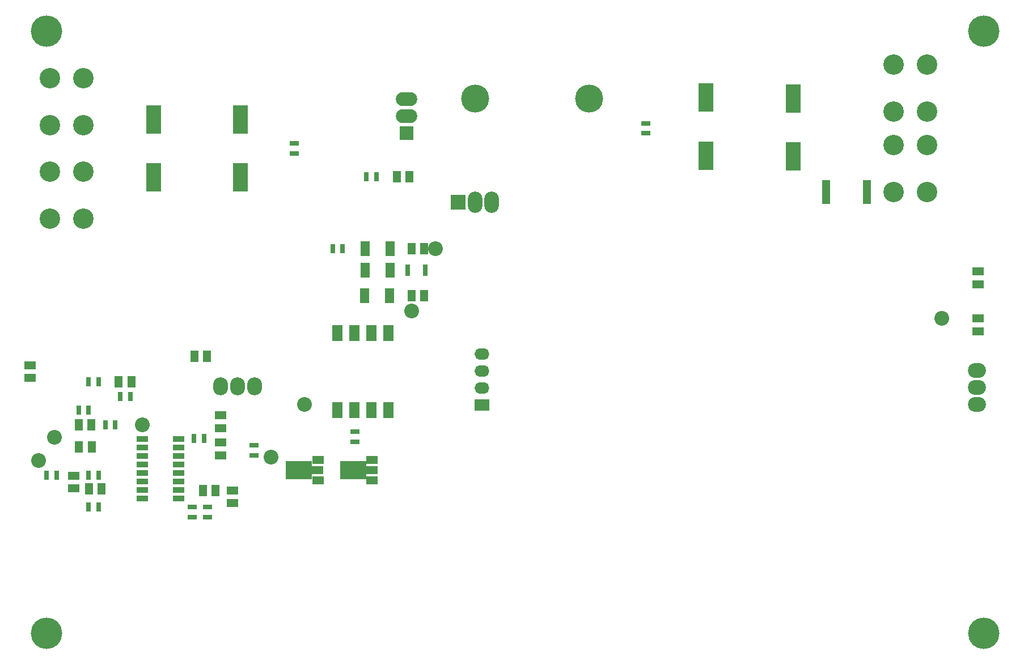
<source format=gts>
G04 Layer_Color=8388736*
%FSAX23Y23*%
%MOIN*%
G70*
G01*
G75*
%ADD55R,0.065X0.047*%
%ADD56R,0.047X0.065*%
%ADD57R,0.028X0.057*%
%ADD58R,0.068X0.034*%
%ADD59R,0.057X0.028*%
%ADD60R,0.057X0.087*%
%ADD61R,0.028X0.071*%
%ADD62R,0.059X0.095*%
%ADD63R,0.158X0.106*%
%ADD64R,0.067X0.047*%
%ADD65R,0.075X0.047*%
%ADD66R,0.087X0.169*%
%ADD67R,0.049X0.144*%
%ADD68O,0.087X0.106*%
%ADD69O,0.087X0.067*%
%ADD70R,0.087X0.067*%
%ADD71O,0.086X0.126*%
%ADD72R,0.086X0.086*%
%ADD73C,0.185*%
%ADD74R,0.082X0.082*%
%ADD75O,0.126X0.082*%
%ADD76C,0.165*%
%ADD77O,0.106X0.087*%
%ADD78C,0.120*%
%ADD79C,0.087*%
G54D55*
X01110Y02781D02*
D03*
Y02706D02*
D03*
X02232Y02411D02*
D03*
Y02485D02*
D03*
Y02251D02*
D03*
Y02326D02*
D03*
X02301Y01970D02*
D03*
Y02044D02*
D03*
X01366Y02056D02*
D03*
Y02131D02*
D03*
X06683Y03257D02*
D03*
Y03332D02*
D03*
X06683Y02981D02*
D03*
Y03056D02*
D03*
G54D56*
X02126Y02044D02*
D03*
X02201D02*
D03*
X02152Y02832D02*
D03*
X02077D02*
D03*
X03354Y03190D02*
D03*
X03429D02*
D03*
X03354Y03466D02*
D03*
X03429D02*
D03*
X01457Y02054D02*
D03*
X01532D02*
D03*
X01398Y02300D02*
D03*
X01473D02*
D03*
X01471Y02428D02*
D03*
X01396D02*
D03*
X01707Y02684D02*
D03*
X01632D02*
D03*
X03266Y03889D02*
D03*
X03341D02*
D03*
G54D57*
X02075Y02349D02*
D03*
X02134D02*
D03*
X01701Y02596D02*
D03*
X01642D02*
D03*
X02949Y03466D02*
D03*
X02890D02*
D03*
X01612Y02428D02*
D03*
X01553D02*
D03*
X01514Y01946D02*
D03*
X01455D02*
D03*
X01514Y02133D02*
D03*
X01455D02*
D03*
X01209D02*
D03*
X01268D02*
D03*
X01455Y02517D02*
D03*
X01396Y02517D02*
D03*
X01455Y02684D02*
D03*
X01514D02*
D03*
X03087Y03889D02*
D03*
X03146D02*
D03*
G54D58*
X01771Y02347D02*
D03*
Y02297D02*
D03*
Y02247D02*
D03*
Y02197D02*
D03*
Y02147D02*
D03*
Y02097D02*
D03*
Y02047D02*
D03*
Y01997D02*
D03*
X01985D02*
D03*
Y02047D02*
D03*
Y02097D02*
D03*
Y02147D02*
D03*
Y02197D02*
D03*
Y02247D02*
D03*
Y02297D02*
D03*
Y02347D02*
D03*
G54D59*
X02154Y01946D02*
D03*
Y01887D02*
D03*
X03020Y02389D02*
D03*
Y02330D02*
D03*
X02065Y01946D02*
D03*
Y01887D02*
D03*
X04730Y04204D02*
D03*
Y04145D02*
D03*
X02429Y02310D02*
D03*
Y02251D02*
D03*
X02664Y04027D02*
D03*
Y04086D02*
D03*
G54D60*
X03082Y03466D02*
D03*
X03229D02*
D03*
Y03338D02*
D03*
X03082D02*
D03*
X03077Y03190D02*
D03*
X03225D02*
D03*
G54D61*
X03331Y03338D02*
D03*
X03433D02*
D03*
G54D62*
X02919Y02970D02*
D03*
X03019D02*
D03*
X03119D02*
D03*
X03219D02*
D03*
Y02516D02*
D03*
X03119D02*
D03*
X03019D02*
D03*
X02919D02*
D03*
G54D63*
X02691Y02162D02*
D03*
X03010D02*
D03*
G54D64*
X02803Y02222D02*
D03*
Y02103D02*
D03*
X03122Y02222D02*
D03*
Y02103D02*
D03*
G54D65*
X02799Y02162D02*
D03*
X03118D02*
D03*
G54D66*
X02349Y04227D02*
D03*
Y03885D02*
D03*
X01837Y04227D02*
D03*
Y03885D02*
D03*
X05597Y04351D02*
D03*
Y04009D02*
D03*
X05085Y04355D02*
D03*
Y04013D02*
D03*
G54D67*
X06032Y03800D02*
D03*
X05791D02*
D03*
G54D68*
X02431Y02655D02*
D03*
X02331D02*
D03*
X02231D02*
D03*
G54D69*
X03766Y02847D02*
D03*
Y02747D02*
D03*
Y02647D02*
D03*
G54D70*
Y02547D02*
D03*
G54D71*
X03825Y03741D02*
D03*
X03727D02*
D03*
G54D72*
X03626D02*
D03*
G54D73*
X06719Y01202D02*
D03*
Y04745D02*
D03*
X01207Y01202D02*
D03*
Y04745D02*
D03*
G54D74*
X03323Y04145D02*
D03*
G54D75*
Y04245D02*
D03*
Y04345D02*
D03*
G54D76*
X04396Y04351D02*
D03*
X03727D02*
D03*
G54D77*
X06679Y02551D02*
D03*
Y02651D02*
D03*
Y02751D02*
D03*
G54D78*
X01227Y03643D02*
D03*
X01423D02*
D03*
X01227Y03918D02*
D03*
X01423D02*
D03*
X01227Y04194D02*
D03*
X01423D02*
D03*
X01227Y04470D02*
D03*
X01423D02*
D03*
X06187Y04273D02*
D03*
X06384D02*
D03*
X06187Y04548D02*
D03*
X06384D02*
D03*
X06187Y03800D02*
D03*
X06384D02*
D03*
X06187Y04076D02*
D03*
X06384D02*
D03*
G54D79*
X03494Y03466D02*
D03*
X01770Y02428D02*
D03*
X03353Y03101D02*
D03*
X06471Y03056D02*
D03*
X02723Y02548D02*
D03*
X02526Y02241D02*
D03*
X01254Y02355D02*
D03*
X01160Y02218D02*
D03*
M02*

</source>
